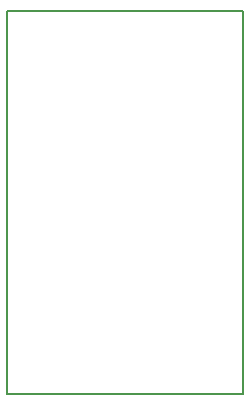
<source format=gbr>
%FSLAX34Y34*%
G04 Gerber Fmt 3.4, Leading zero omitted, Abs format*
G04 (created by PCBNEW (2014-04-07 BZR 4791)-product) date Mon 14 Apr 2014 04:16:44 PM CEST*
%MOIN*%
G01*
G70*
G90*
G04 APERTURE LIST*
%ADD10C,0.005906*%
G04 APERTURE END LIST*
G54D10*
X54527Y-47244D02*
X54527Y-34448D01*
X54724Y-47244D02*
X54527Y-47244D01*
X62401Y-47244D02*
X54724Y-47244D01*
X62401Y-34448D02*
X62401Y-47244D01*
X54527Y-34448D02*
X62401Y-34448D01*
M02*

</source>
